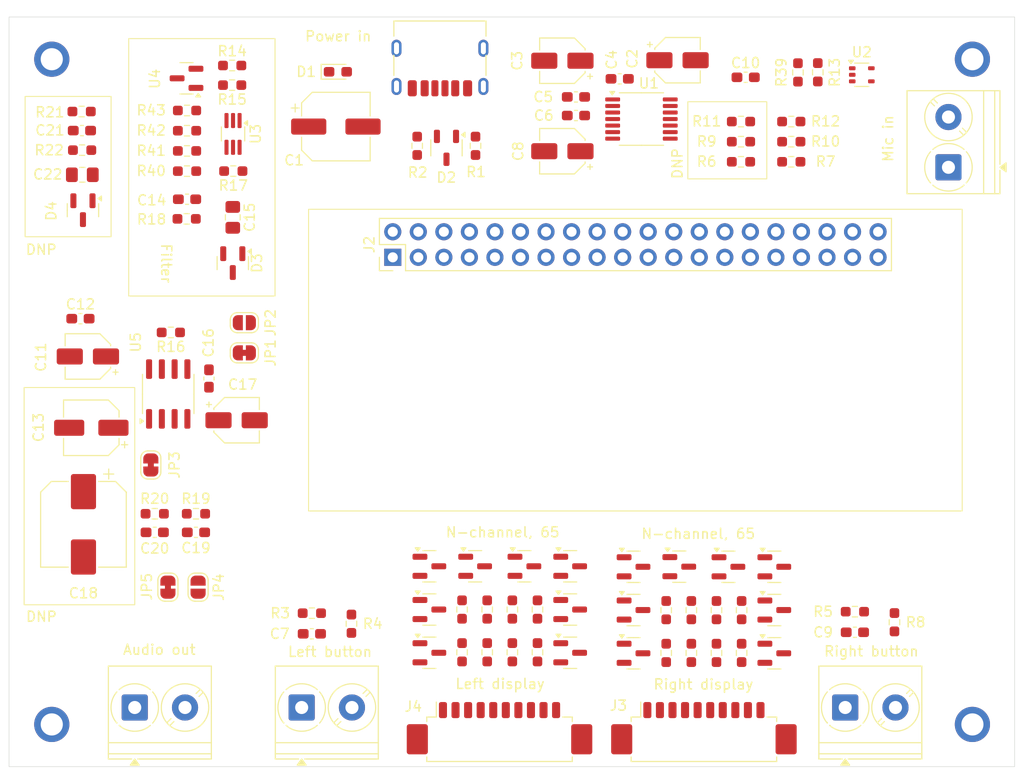
<source format=kicad_pcb>
(kicad_pcb (version 20241229) (generator "pcbnew") (generator_version "9.0")
  (layers (0 "F.Cu" signal) (4 "In1.Cu" signal) (6 "In2.Cu" signal) (2 "B.Cu" signal) (13 "F.Paste" user) (15 "B.Paste" user) (5 "F.SilkS" user "F.Silkscreen") (7 "B.SilkS" user "B.Silkscreen") (1 "F.Mask" user) (3 "B.Mask" user) (25 "Edge.Cuts" user))
  (net 0 "")
  (net 1 "+5V")
  (net 2 "GND")
  (net 3 "+3V3")
  (net 4 "Net-(U1-V_{REF})")
  (net 5 "/BUTTON_L")
  (net 6 "/BUTTON_R")
  (net 7 "Net-(MK1-+)")
  (net 8 "/MIC")
  (net 9 "Net-(U5-In2M)")
  (net 10 "Net-(U5-In1M)")
  (net 11 "Net-(C14-Pad1)")
  (net 12 "/Audio Out/AUDIO_OUT")
  (net 13 "Net-(JP1-A)")
  (net 14 "Net-(JP3-A)")
  (net 15 "Net-(JP3-B)")
  (net 16 "Net-(C19-Pad1)")
  (net 17 "Net-(C20-Pad1)")
  (net 18 "Net-(C21-Pad1)")
  (net 19 "Net-(J1-CC2)")
  (net 20 "Net-(J1-CC1)")
  (net 21 "/MIC_LRCLK")
  (net 23 "/LA")
  (net 24 "/RG")
  (net 25 "/RB")
  (net 26 "/LG")
  (net 27 "/RC")
  (net 28 "/LB")
  (net 29 "/Audio Out/AUDIO_L")
  (net 30 "/RD")
  (net 31 "/LDP")
  (net 32 "/MIC_DOUT")
  (net 33 "/MIC_MCLK")
  (net 34 "/LC")
  (net 35 "/LE")
  (net 36 "/LF")
  (net 37 "/RA")
  (net 38 "/RF")
  (net 39 "/LD")
  (net 40 "/Audio Out/AUDIO_R")
  (net 42 "/MIC_BCLK")
  (net 45 "/RE")
  (net 46 "/RDP")
  (net 47 "Net-(J3-Pad4)")
  (net 48 "Net-(J3-Pad2)")
  (net 49 "Net-(J3-Pad10)")
  (net 50 "Net-(J3-Pad3)")
  (net 51 "Net-(J3-Pad7)")
  (net 52 "Net-(J3-Pad8)")
  (net 53 "Net-(J3-Pad5)")
  (net 54 "Net-(J3-Pad9)")
  (net 55 "Net-(J4-Pad2)")
  (net 56 "Net-(J4-Pad3)")
  (net 57 "Net-(J4-Pad7)")
  (net 58 "Net-(J4-Pad5)")
  (net 59 "Net-(J4-Pad10)")
  (net 60 "Net-(J4-Pad8)")
  (net 61 "Net-(J4-Pad4)")
  (net 62 "Net-(J4-Pad9)")
  (net 63 "Net-(JP4-B)")
  (net 64 "Net-(Q1-D)")
  (net 65 "Net-(Q2-D)")
  (net 66 "Net-(Q3-D)")
  (net 67 "Net-(Q4-D)")
  (net 68 "Net-(Q5-D)")
  (net 69 "Net-(Q6-D)")
  (net 70 "Net-(Q7-D)")
  (net 71 "Net-(Q8-D)")
  (net 72 "Net-(Q9-D)")
  (net 73 "Net-(Q10-D)")
  (net 74 "Net-(Q11-D)")
  (net 75 "Net-(Q12-D)")
  (net 76 "Net-(Q13-D)")
  (net 77 "Net-(Q14-D)")
  (net 78 "Net-(Q15-D)")
  (net 79 "Net-(Q16-D)")
  (net 80 "Net-(R4-Pad1)")
  (net 81 "Net-(U1-MD0)")
  (net 82 "Net-(R8-Pad1)")
  (net 83 "Net-(U1-MD1)")
  (net 84 "Net-(U1-FMT)")
  (net 85 "Net-(U3-A_{1})")
  (net 86 "Net-(U3-Y_{1})")
  (net 94 "Net-(U2-K)")
  (net 95 "Net-(U3-V_{CC})")
  (net 96 "Net-(JP5-B)")
  (footprint "Resistor_SMD:R_0603_1608Metric_Pad0.98x0.95mm_HandSolder" (layer "F.Cu") (at 130.5875 78.2625 -90)
    (property "Reference" "R2" (at 2.65 -0.05 180) (layer "F.SilkS"))
    (property "Value" "5.1k")
    (pad "1" smd roundrect (at -0.9125 0 270) (size 0.975 0.95) (layers "F.Cu" "F.Mask" "F.Paste") (net 20 "Net-(J1-CC1)"))
    (pad "2" smd roundrect (at 0.9125 0 270) (size 0.975 0.95) (layers "F.Cu" "F.Mask" "F.Paste") (net 2 "GND"))
  )
  (footprint "Resistor_SMD:R_0603_1608Metric_Pad0.98x0.95mm_HandSolder" (layer "F.Cu") (at 162.7875 79.85)
    (property "Reference" "R6" (at -3.4125 -0.025 0) (layer "F.SilkS"))
    (property "Value" "10k")
    (pad "1" smd roundrect (at -0.9125 0) (size 0.975 0.95) (layers "F.Cu" "F.Mask" "F.Paste") (net 3 "+3V3"))
    (pad "2" smd roundrect (at 0.9125 0) (size 0.975 0.95) (layers "F.Cu" "F.Mask" "F.Paste") (net 81 "Net-(U1-MD0)"))
  )
  (footprint "MountingHole:MountingHole_2.2mm_M2_ISO7380_Pad" (layer "F.Cu") (at 185.8 135.8)
    (property "Reference" "H4" (hide yes))
    (property "Value" "MountingHole")
    (pad "1" thru_hole circle (at 0 0) (size 3.5 3.5) (drill 2.2) (layers "*.Cu" "*.Mask"))
  )
  (footprint "Connector_USB:USB_C_Receptacle_HRO_TYPE-C-31-M-17" (layer "F.Cu") (at 132.85 69.36 180)
    (property "Reference" "J1" (hide yes))
    (property "Value" "USB_C_Receptacle_PowerOnly_24P")
    (pad "A5" smd roundrect (at -0.5 -3.18 180) (size 0.7 1.6) (layers "F.Cu" "F.Mask" "F.Paste") (net 20 "Net-(J1-CC1)"))
    (pad "A9" smd roundrect (at 1.52 -3.18 180) (size 0.8 1.6) (layers "F.Cu" "F.Mask" "F.Paste") (net 1 "+5V"))
    (pad "A12" smd roundrect (at 2.75 -3.18 180) (size 0.9 1.6) (layers "F.Cu" "F.Mask" "F.Paste") (net 2 "GND"))
    (pad "B5" smd roundrect (at 0.5 -3.18 180) (size 0.7 1.6) (layers "F.Cu" "F.Mask" "F.Paste") (net 19 "Net-(J1-CC2)"))
    (pad "B9" smd roundrect (at -1.52 -3.18 180) (size 0.8 1.6) (layers "F.Cu" "F.Mask" "F.Paste") (net 1 "+5V"))
    (pad "B12" smd roundrect (at -2.75 -3.18 180) (size 0.9 1.6) (layers "F.Cu" "F.Mask" "F.Paste") (net 2 "GND"))
    (pad "S1" thru_hole oval (at -4.32 -3 180) (size 1 1.7) (drill oval 0.5 1.2) (property pad_prop_heatsink) (layers "*.Cu" "*.Mask") (net 2 "GND"))
    (pad "S1" thru_hole oval (at -4.32 0.8 180) (size 1 1.7) (drill oval 0.5 1.2) (property pad_prop_heatsink) (layers "*.Cu" "*.Mask") (net 2 "GND"))
    (pad "S1" thru_hole oval (at 4.32 -3 180) (size 1 1.7) (drill oval 0.5 1.2) (property pad_prop_heatsink) (layers "*.Cu" "*.Mask") (net 2 "GND"))
    (pad "S1" thru_hole oval (at 4.32 0.8 180) (size 1 1.7) (drill oval 0.5 1.2) (property pad_prop_heatsink) (layers "*.Cu" "*.Mask") (net 2 "GND"))
  )
  (footprint "Package_TO_SOT_SMD:SOT-23" (layer "F.Cu") (at 136.35 120.075)
    (property "Reference" "Q13" (hide yes))
    (property "Value" "2N7002H")
    (pad "1" smd roundrect (at -0.9375 -0.95) (size 1.475 0.6) (layers "F.Cu" "F.Mask" "F.Paste") (net 39 "/LD"))
    (pad "2" smd roundrect (at -0.9375 0.95) (size 1.475 0.6) (layers "F.Cu" "F.Mask" "F.Paste") (net 2 "GND"))
    (pad "3" smd roundrect (at 0.9375 0) (size 1.475 0.6) (layers "F.Cu" "F.Mask" "F.Paste") (net 76 "Net-(Q13-D)"))
  )
  (footprint "Capacitor_SMD:C_0603_1608Metric_Pad1.08x0.95mm_HandSolder" (layer "F.Cu") (at 97.2475 76.7475 180)
    (property "Reference" "C21" (at 3.175 0.025 0) (layer "F.SilkS"))
    (property "Value" "33n")
    (pad "1" smd roundrect (at -0.8625 0 180) (size 1.075 0.95) (layers "F.Cu" "F.Mask" "F.Paste") (net 18 "Net-(C21-Pad1)"))
    (pad "2" smd roundrect (at 0.8625 0 180) (size 1.075 0.95) (layers "F.Cu" "F.Mask" "F.Paste") (net 2 "GND"))
  )
  (footprint "Capacitor_SMD:C_0603_1608Metric_Pad1.08x0.95mm_HandSolder" (layer "F.Cu") (at 109.88 101.4 90)
    (property "Reference" "C16" (at 3.55 -0.05 90) (layer "F.SilkS"))
    (property "Value" "0.1u")
    (pad "1" smd roundrect (at -0.8625 0 90) (size 1.075 0.95) (layers "F.Cu" "F.Mask" "F.Paste") (net 13 "Net-(JP1-A)"))
    (pad "2" smd roundrect (at 0.8625 0 90) (size 1.075 0.95) (layers "F.Cu" "F.Mask" "F.Paste") (net 2 "GND"))
  )
  (footprint "Capacitor_SMD:CP_Elec_4x5.7" (layer "F.Cu") (at 145.025 78.8 180)
    (property "Reference" "C8" (at 4.4 0 90) (layer "F.SilkS"))
    (property "Value" "10u")
    (pad "1" smd roundrect (at -1.8 0 180) (size 2.6 1.6) (layers "F.Cu" "F.Mask" "F.Paste") (roundrect_rratio 0.15625) (net 1 "+5V"))
    (pad "2" smd roundrect (at 1.8 0 180) (size 2.6 1.6) (layers "F.Cu" "F.Mask" "F.Paste") (roundrect_rratio 0.15625) (net 2 "GND"))
  )
  (footprint "Resistor_SMD:R_0603_1608Metric_Pad0.98x0.95mm_HandSolder" (layer "F.Cu") (at 137.55 128.625 90)
    (property "Reference" "R35" (hide yes))
    (property "Value" "65")
    (pad "1" smd roundrect (at -0.9125 0 90) (size 0.975 0.95) (layers "F.Cu" "F.Mask" "F.Paste") (net 58 "Net-(J4-Pad5)"))
    (pad "2" smd roundrect (at 0.9125 0 90) (size 0.975 0.95) (layers "F.Cu" "F.Mask" "F.Paste") (net 76 "Net-(Q13-D)"))
  )
  (footprint "Package_TO_SOT_SMD:SOT-23" (layer "F.Cu") (at 161.5375 120.125)
    (property "Reference" "Q1" (hide yes))
    (property "Value" "2N7002H")
    (pad "1" smd roundrect (at -0.9375 -0.95) (size 1.475 0.6) (layers "F.Cu" "F.Mask" "F.Paste") (net 46 "/RDP"))
    (pad "2" smd roundrect (at -0.9375 0.95) (size 1.475 0.6) (layers "F.Cu" "F.Mask" "F.Paste") (net 2 "GND"))
    (pad "3" smd roundrect (at 0.9375 0) (size 1.475 0.6) (layers "F.Cu" "F.Mask" "F.Paste") (net 64 "Net-(Q1-D)"))
  )
  (footprint "Jumper:SolderJumper-2_P1.3mm_Open_RoundedPad1.0x1.5mm" (layer "F.Cu") (at 108.8 122.15 -90)
    (property "Reference" "JP4" (at 0 -2.05 90) (layer "F.SilkS"))
    (property "Value" "Open")
    (pad "1" smd custom (at -0.65 0 270) (size 1 0.5) (layers "F.Cu" "F.Mask") (net 2 "GND") (options (clearance outline) (anchor rect)) (primitives (gr_circle (center 0 0.25) (end 0.5 0.25) (width 0) (fill yes)) (gr_circle (center 0 -0.25) (end 0.5 -0.25) (width 0) (fill yes)) (gr_poly (pts (xy 0.5 0.75) (xy 0 0.75) (xy 0 -0.75) (xy 0.5 -0.75)) (width 0) (fill yes))))
    (pad "2" smd custom (at 0.65 0 270) (size 1 0.5) (layers "F.Cu" "F.Mask") (net 63 "Net-(JP4-B)") (options (clearance outline) (anchor rect)) (primitives (gr_circle (center 0 0.25) (end 0.5 0.25) (width 0) (fill yes)) (gr_circle (center 0 -0.25) (end 0.5 -0.25) (width 0) (fill yes)) (gr_poly (pts (xy 0 0.75) (xy -0.5 0.75) (xy -0.5 -0.75) (xy 0 -0.75)) (width 0) (fill yes))))
  )
  (footprint "Capacitor_SMD:C_0603_1608Metric_Pad1.08x0.95mm_HandSolder" (layer "F.Cu") (at 174.1125 126.6375)
    (property "Reference" "C9" (at -3.1625 0 0) (layer "F.SilkS"))
    (property "Value" "0.1u")
    (pad "1" smd roundrect (at -0.8625 0) (size 1.075 0.95) (layers "F.Cu" "F.Mask" "F.Paste") (net 6 "/BUTTON_R"))
    (pad "2" smd roundrect (at 0.8625 0) (size 1.075 0.95) (layers "F.Cu" "F.Mask" "F.Paste") (net 2 "GND"))
  )
  (footprint "TerminalBlock_Phoenix:TerminalBlock_Phoenix_PT-1,5-2-5.0-H_1x02_P5.00mm_Horizontal" (layer "F.Cu") (at 119.1 134.1175)
    (property "Reference" "SW1" (hide yes))
    (property "Value" "Left")
    (pad "1" thru_hole roundrect (at 0 0) (size 2.6 2.6) (drill 1.3) (layers "*.Cu" "*.Mask") (roundrect_rratio 0.096154) (net 5 "/BUTTON_L"))
    (pad "2" thru_hole circle (at 5 0) (size 2.6 2.6) (drill 1.3) (layers "*.Cu" "*.Mask") (net 80 "Net-(R4-Pad1)"))
  )
  (footprint "Resistor_SMD:R_0603_1608Metric_Pad0.98x0.95mm_HandSolder" (layer "F.Cu") (at 162.85 128.6875 90)
    (property "Reference" "R30" (hide yes))
    (property "Value" "65")
    (pad "1" smd roundrect (at -0.9125 0 90) (size 0.975 0.95) (layers "F.Cu" "F.Mask" "F.Paste") (net 49 "Net-(J3-Pad10)"))
    (pad "2" smd roundrect (at 0.9125 0 90) (size 0.975 0.95) (layers "F.Cu" "F.Mask" "F.Paste") (net 71 "Net-(Q8-D)"))
  )
  (footprint "Capacitor_SMD:C_0603_1608Metric_Pad1.08x0.95mm_HandSolder" (layer "F.Cu") (at 163.25 71.45)
    (property "Reference" "C10" (at 0 -1.43 0) (layer "F.SilkS"))
    (property "Value" "10p")
    (pad "1" smd roundrect (at -0.8625 0) (size 1.075 0.95) (layers "F.Cu" "F.Mask" "F.Paste") (net 8 "/MIC"))
    (pad "2" smd roundrect (at 0.8625 0) (size 1.075 0.95) (layers "F.Cu" "F.Mask" "F.Paste") (net 7 "Net-(MK1-+)"))
  )
  (footprint "TerminalBlock_Phoenix:TerminalBlock_Phoenix_PT-1,5-2-5.0-H_1x02_P5.00mm_Horizontal" (layer "F.Cu") (at 173.15 134.1175)
    (property "Reference" "SW2" (hide yes))
    (property "Value" "Right")
    (pad "1" thru_hole roundrect (at 0 0) (size 2.6 2.6) (drill 1.3) (layers "*.Cu" "*.Mask") (roundrect_rratio 0.096154) (net 6 "/BUTTON_R"))
    (pad "2" thru_hole circle (at 5 0) (size 2.6 2.6) (drill 1.3) (layers "*.Cu" "*.Mask") (net 82 "Net-(R8-Pad1)"))
  )
  (footprint "MountingHole:MountingHole_2.2mm_M2_ISO7380_Pad" (layer "F.Cu") (at 94.25 135.8)
    (property "Reference" "H3" (hide yes))
    (property "Value" "MountingHole")
    (pad "1" thru_hole circle (at 0 0) (size 3.5 3.5) (drill 2.2) (layers "*.Cu" "*.Mask"))
  )
  (footprint "Resistor_SMD:R_0603_1608Metric_Pad0.98x0.95mm_HandSolder" (layer "F.Cu") (at 112.1875 70.275)
    (property "Reference" "R14" (at 0 -1.43 0) (layer "F.SilkS"))
    (property "Value" "100")
    (pad "1" smd roundrect (at -0.9125 0) (size 0.975 0.95) (layers "F.Cu" "F.Mask" "F.Paste") (net 29 "/Audio Out/AUDIO_L"))
    (pad "2" smd roundrect (at 0.9125 0) (size 0.975 0.95) (layers "F.Cu" "F.Mask" "F.Paste") (net 85 "Net-(U3-A_{1})"))
  )
  (footprint "Resistor_SMD:R_0603_1608Metric_Pad0.98x0.95mm_HandSolder" (layer "F.Cu") (at 97.2675 78.6925 180)
    (property "Reference" "R22" (at 3.28 0 0) (layer "F.SilkS"))
    (property "Value" "150")
    (pad "1" smd roundrect (at -0.9125 0 180) (size 0.975 0.95) (layers "F.Cu" "F.Mask" "F.Paste") (net 18 "Net-(C21-Pad1)"))
    (pad "2" smd roundrect (at 0.9125 0 180) (size 0.975 0.95) (layers "F.Cu" "F.Mask" "F.Paste") (net 2 "GND"))
  )
  (footprint "MountingHole:MountingHole_2.2mm_M2_ISO7380_Pad" (layer "F.Cu") (at 94.25 69.65)
    (property "Reference" "H2" (hide yes))
    (property "Value" "MountingHole")
    (pad "1" thru_hole circle (at 0 0) (size 3.5 3.5) (drill 2.2) (layers "*.Cu" "*.Mask"))
  )
  (footprint "Resistor_SMD:R_0603_1608Metric_Pad0.98x0.95mm_HandSolder" (layer "F.Cu") (at 140.05 128.625 90)
    (property "Reference" "R36" (hide yes))
    (property "Value" "65")
    (pad "1" smd roundrect (at -0.9125 0 90) (size 0.975 0.95) (layers "F.Cu" "F.Mask" "F.Paste") (net 60 "Net-(J4-Pad8)"))
    (pad "2" smd roundrect (at 0.9125 0 90) (size 0.975 0.95) (layers "F.Cu" "F.Mask" "F.Paste") (net 77 "Net-(Q14-D)"))
  )
  (footprint "Resistor_SMD:R_0603_1608Metric_Pad0.98x0.95mm_HandSolder" (layer "F.Cu") (at 178.05 125.6375 90)
    (property "Reference" "R8" (at 0 2.1 180) (layer "F.SilkS"))
    (property "Value" "1k")
    (pad "1" smd roundrect (at -0.9125 0 90) (size 0.975 0.95) (layers "F.Cu" "F.Mask" "F.Paste") (net 82 "Net-(R8-Pad1)"))
    (pad "2" smd roundrect (at 0.9125 0 90) (size 0.975 0.95) (layers "F.Cu" "F.Mask" "F.Paste") (net 2 "GND"))
  )
  (footprint "Resistor_SMD:R_0603_1608Metric_Pad0.98x0.95mm_HandSolder" (layer "F.Cu") (at 108.5875 114.85)
    (property "Reference" "R19" (at 0 -1.5 0) (layer "F.SilkS"))
    (property "Value" "4.7")
    (pad "1" smd roundrect (at -0.9125 0) (size 0.975 0.95) (layers "F.Cu" "F.Mask" "F.Paste") (net 96 "Net-(JP5-B)"))
    (pad "2" smd roundrect (at 0.9125 0) (size 0.975 0.95) (layers "F.Cu" "F.Mask" "F.Paste") (net 16 "Net-(C19-Pad1)"))
  )
  (footprint "Resistor_SMD:R_0603_1608Metric_Pad0.98x0.95mm_HandSolder" (layer "F.Cu") (at 162.85 124.4375 90)
    (property "Reference" "R29" (hide yes))
    (property "Value" "65")
    (pad "1" smd roundrect (at -0.9125 0 90) (size 0.975 0.95) (layers "F.Cu" "F.Mask" "F.Paste") (net 54 "Net-(J3-Pad9)"))
    (pad "2" smd roundrect (at 0.9125 0 90) (size 0.975 0.95) (layers "F.Cu" "F.Mask" "F.Paste") (net 70 "Net-(Q7-D)"))
  )
  (footprint "Resistor_SMD:R_0603_1608Metric_Pad0.98x0.95mm_HandSolder" (layer "F.Cu") (at 157.85 124.4375 90)
    (property "Reference" "R27" (hide yes))
    (property "Value" "65")
    (pad "1" smd roundrect (at -0.9125 0 90) (size 0.975 0.95) (layers "F.Cu" "F.Mask" "F.Paste") (net 53 "Net-(J3-Pad5)"))
    (pad "2" smd roundrect (at 0.9125 0 90) (size 0.975 0.95) (layers "F.Cu" "F.Mask" "F.Paste") (net 68 "Net-(Q5-D)"))
  )
  (footprint "Jumper:SolderJumper-2_P1.3mm_Open_RoundedPad1.0x1.5mm" (layer "F.Cu") (at 113.4 95.85)
    (property "Reference" "JP2" (at 2.6 0 90) (layer "F.SilkS"))
    (property "Value" "Open")
    (pad "1" smd custom (at -0.65 0) (size 1 0.5) (layers "F.Cu" "F.Mask") (net 13 "Net-(JP1-A)") (options (clearance outline) (anchor rect)) (primitives (gr_circle (center 0 0.25) (end 0.5 0.25) (width 0) (fill yes)) (gr_circle (center 0 -0.25) (end 0.5 -0.25) (width 0) (fill yes)) (gr_poly (pts (xy 0.5 0.75) (xy 0 0.75) (xy 0 -0.75) (xy 0.5 -0.75)) (width 0) (fill yes))))
    (pad "2" smd custom (at 0.65 0) (size 1 0.5) (layers "F.Cu" "F.Mask") (net 1 "+5V") (options (clearance outline) (anchor rect)) (primitives (gr_circle (center 0 0.25) (end 0.5 0.25) (width 0) (fill yes)) (gr_circle (center 0 -0.25) (end 0.5 -0.25) (width 0) (fill yes)) (gr_poly (pts (xy 0 0.75) (xy -0.5 0.75) (xy -0.5 -0.75) (xy 0 -0.75)) (width 0) (fill yes))))
  )
  (footprint "Package_TO_SOT_SMD:SOT-23" (layer "F.Cu") (at 145.8 120.075)
    (property "Reference" "Q14" (hide yes))
    (property "Value" "2N7002H")
    (pad "1" smd roundrect (at -0.9375 -0.95) (size 1.475 0.6) (layers "F.Cu" "F.Mask" "F.Paste") (net 34 "/LC"))
    (pad "2" smd roundrect (at -0.9375 0.95) (size 1.475 0.6) (layers "F.Cu" "F.Mask" "F.Paste") (net 2 "GND"))
    (pad "3" smd roundrect (at 0.9375 0) (size 1.475 0.6) (layers "F.Cu" "F.Mask" "F.Paste") (net 77 "Net-(Q14-D)"))
  )
  (footprint "Resistor_SMD:R_0603_1608Metric_Pad0.98x0.95mm_HandSolder" (layer "F.Cu") (at 135.05 124.375 90)
    (property "Reference" "R33" (hide yes))
    (property "Value" "65")
    (pad "1" smd roundrect (at -0.9125 0 90) (size 0.975 0.95) (layers "F.Cu" "F.Mask" "F.Paste") (net 55 "Net-(J4-Pad2)"))
    (pad "2" smd roundrect (at 0.9125 0 90) (size 0.975 0.95) (layers "F.Cu" "F.Mask" "F.Paste") (net 74 "Net-(Q11-D)"))
  )
  (footprint "Resistor_SMD:R_0603_1608Metric_Pad0.98x0.95mm_HandSolder" (layer "F.Cu") (at 107.7 78.77 180)
    (property "Reference" "R41" (at 3.5625 0.025 0) (layer "F.SilkS"))
    (property "Value" "100")
    (pad "1" smd roundrect (at -0.9125 0 180) (size 0.975 0.95) (layers "F.Cu" "F.Mask" "F.Paste") (net 95 "Net-(U3-V_{CC})"))
    (pad "2" smd roundrect (at 0.9125 0 180) (size 0.975 0.95) (layers "F.Cu" "F.Mask" "F.Paste") (net 3 "+3V3"))
  )
  (footprint "Capacitor_SMD:CP_Elec_5x5.3" (layer "F.Cu") (at 98.18 106.3 180)
    (property "Reference" "C13" (at 5.25 0.03 90) (layer "F.SilkS"))
    (property "Value" "100u")
    (pad "1" smd roundrect (at -2.2 0 180) (size 3 1.6) (layers "F.Cu" "F.Mask" "F.Paste") (roundrect_rratio 0.15625) (net 10 "Net-(U5-In1M)"))
    (pad "2" smd roundrect (at 2.2 0 180) (size 3 1.6) (layers "F.Cu" "F.Mask" "F.Paste") (roundrect_rratio 0.15625) (net 2 "GND"))
  )
  (footprint "Capacitor_SMD:C_0603_1608Metric_Pad1.08x0.95mm_HandSolder" (layer "F.Cu") (at 104.4875 116.7)
    (property "Reference" "C20" (at 0 1.6 0) (layer "F.SilkS"))
    (property "Value" "0.1u")
    (pad "1" smd roundrect (at -0.8625 0) (size 1.075 0.95) (layers "F.Cu" "F.Mask" "F.Paste") (net 17 "Net-(C20-Pad1)"))
    (pad "2" smd roundrect (at 0.8625 0) (size 1.075 0.95) (layers "F.Cu" "F.Mask" "F.Paste") (net 2 "GND"))
  )
  (footprint "Capacitor_SMD:C_0603_1608Metric_Pad1.08x0.95mm_HandSolder" (layer "F.Cu") (at 150.725 71.6 180)
    (property "Reference" "C4" (at 0.8 1.9 90) (layer "F.SilkS"))
    (property "Value" "0.1u")
    (pad "1" smd roundrect (at -0.8625 0 180) (size 1.075 0.95) (layers "F.Cu" "F.Mask" "F.Paste") (net 3 "+3V3"))
    (pad "2" smd roundrect (at 0.8625 0 180) (size 1.075 0.95) (layers "F.Cu" "F.Mask" "F.Paste") (net 2 "GND"))
  )
  (footprint "Capacitor_SMD:C_0603_1608Metric_Pad1.08x0.95mm_HandSolder" (layer "F.Cu") (at 108.5875 116.7 180)
    (property "Reference" "C19" (at 0 -1.55 0) (layer "F.SilkS"))
    (property "Value" "0.1u")
    (pad "1" smd roundrect (at -0.8625 0 180) (size 1.075 0.95) (layers "F.Cu" "F.Mask" "F.Paste") (net 16 "Net-(C19-Pad1)"))
    (pad "2" smd roundrect (at 0.8625 0 180) (size 1.075 0.95) (layers "F.Cu" "F.Mask" "F.Paste") (net 2 "GND"))
  )
  (footprint "Jumper:SolderJumper-2_P1.3mm_Bridged_RoundedPad1.0x1.5mm" (layer "F.Cu") (at 104.1 110 90)
    (property "Reference" "JP3" (at 0 2.35 90) (layer "F.SilkS"))
    (property "Value" "Bridged")
    (fp_poly (pts (xy 0.25 -0.3) (xy -0.25 -0.3) (xy -0.25 0.3) (xy 0.25 0.3)) (fill yes) (layer "F.Cu"))
    (pad "1" smd custom (at -0.65 0 90) (size 1 0.5) (layers "F.Cu" "F.Mask") (net 14 "Net-(JP3-A)") (options (clearance outline) (anchor rect)) (primitives (gr_circle (center 0 0.25) (end 0.5 0.25) (width 0) (fill yes)) (gr_circle (center 0 -0.25) (end 0.5 -0.25) (width 0) (fill yes)) (gr_poly (pts (xy 0.5 0.75) (xy 0 0.75) (xy 0 -0.75) (xy 0.5 -0.75)) (width 0) (fill yes))))
    (pad "2" smd custom (at 0.65 0 90) (size 1 0.5) (layers "F.Cu" "F.Mask") (net 15 "Net-(JP3-B)") (options (clearance outline) (anchor rect)) (primitives (gr_circle (center 0 0.25) (end 0.5 0.25) (width 0) (fill yes)) (gr_circle (center 0 -0.25) (end 0.5 -0.25) (width 0) (fill yes)) (gr_poly (pts (xy 0 0.75) (xy -0.5 0.75) (xy -0.5 -0.75) (xy 0 -0.75)) (width 0) (fill yes))))
  )
  (footprint "Capacitor_SMD:CP_Elec_4x5.7" (layer "F.Cu") (at 156.475 69.75)
    (property "Reference" "C2" (at -4.5 -0.15 90) (layer "F.SilkS"))
    (property "Value" "10u")
    (pad "1" smd roundrect (at -1.8 0) (size 2.6 1.6) (layers "F.Cu" "F.Mask" "F.Paste") (roundrect_rratio 0.15625) (net 3 "+3V3"))
    (pad "2" smd roundrect (at 1.8 0) (size 2.6 1.6) (layers "F.Cu" "F.Mask" "F.Paste") (roundrect_rratio 0.15625) (net 2 "GND"))
  )
  (footprint "Package_TO_SOT_SMD:SOT-363_SC-70-6_Handsoldering" (layer "F.Cu") (at 112.275 77.08 -90)
    (property "Reference" "U3" (at 0 -2.25 90) (layer "F.SilkS"))
    (property "Value" "NC7WZ16")
    (pad "1" smd roundrect (at -1.33 -0.65 270) (size 1.5 0.4) (layers "F.Cu" "F.Mask" "F.Paste") (net 85 "Net-(U3-A_{1})"))
    (pad "2" smd roundrect (at -1.33 0 270) (size 1.5 0.4) (layers "F.Cu" "F.Mask" "F.Paste") (net 2 "GND"))
    (pad "3" smd roundrect (at -1.33 0.65 270) (size 1.5 0.4) (layers "F.Cu" "F.Mask" "F.Paste"))
    (pad "4" smd roundrect (at 1.33 0.65 270) (size 1.5 0.4) (layers "F.Cu" "F.Mask" "F.Paste"))
    (pad "5" smd roundrect (at 1.33 0 270) (size 1.5 0.4) (layers "F.Cu" "F.Mask" "F.Paste") (net 95 "Net-(U3-V_{CC})"))
    (pad "6" smd roundrect (at 1.33 -0.65 270) (size 1.5 0.4) (layers "F.Cu" "F.Mask" "F.Paste") (net 86 "Net-(U3-Y_{1})"))
  )
  (footprint "Resistor_SMD:R_0603_1608Metric_Pad0.98x0.95mm_HandSolder" (layer "F.Cu") (at 167.7875 79.85)
    (property "Reference" "R7" (at 3.4125 -0.025 0) (layer "F.SilkS"))
    (property "Value" "10k")
    (pad "1" smd roundrect (at -0.9125 0) (size 0.975 0.95) (layers "F.Cu" "F.Mask" "F.Paste") (net 81 "Net-(U1-MD0)"))
    (pad "2" smd roundrect (at 0.9125 0) (size 0.975 0.95) (layers "F.Cu" "F.Mask" "F.Paste") (net 2 "GND"))
  )
  (footprint "Resistor_SMD:R_0603_1608Metric_Pad0.98x0.95mm_HandSolder" (layer "F.Cu") (at 170.425 70.95 90)
    (property "Reference" "R13" (at -0.0125 1.675 90) (layer "F.SilkS"))
    (property "Value" "2k2")
    (pad "1" smd roundrect (at -0.9125 0 90) (size 0.975 0.95) (layers "F.Cu" "F.Mask" "F.Paste") (net 94 "Net-(U2-K)"))
    (pad "2" smd roundrect (at 0.9125 0 90) (size 0.975 0.95) (layers "F.Cu" "F.Mask" "F.Paste") (net 7 "Net-(MK1-+)"))
  )
  (footprint "Resistor_SMD:R_0603_1608Metric_Pad0.98x0.95mm_HandSolder" (layer "F.Cu") (at 155.35 124.4375 90)
    (property "Reference" "R24" (hide yes))
    (property "Value" "65")
    (pad "1" smd roundrect (at -0.9125 0 90) (size 0.975 0.95) (layers "F.Cu" "F.Mask" "F.Paste") (net 50 "Net-(J3-Pad3)"))
    (pad "2" smd roundrect (at 0.9125 0 90) (size 0.975 0.95) (layers "F.Cu" "F.Mask" "F.Paste") (net 65 "Net-(Q2-D)"))
  )
  (footprint "Resistor_SMD:R_0603_1608Metric_Pad0.98x0.95mm_HandSolder" (layer "F.Cu") (at 120.1125 124.7375 180)
    (property "Reference" "R3" (at 3.15 0 0) (layer "F.SilkS"))
    (property "Value" "10k")
    (pad "1" smd roundrect (at -0.9125 0 180) (size 0.975 0.95) (layers "F.Cu" "F.Mask" "F.Paste") (net 3 "+3V3"))
    (pad "2" smd roundrect (at 0.9125 0 180) (size 0.975 0.95) (layers "F.Cu" "F.Mask" "F.Paste") (net 5 "/BUTTON_L"))
  )
  (footprint "Resistor_SMD:R_0603_1608Metric_Pad0.98x0.95mm_HandSolder" (layer "F.Cu") (at 160.35 124.4375 90)
    (property "Reference" "R23" (hide yes))
    (property "Value" "65")
    (pad "1" smd roundrect (at -0.9125 0 90) (size 0.975 0.95) (layers "F.Cu" "F.Mask" "F.Paste") (net 51 "Net-(J3-Pad7)"))
    (pad "2" smd roundrect (at 0.9125 0 90) (size 0.975 0.95) (layers "F.Cu" "F.Mask" "F.Paste") (net 64 "Net-(Q1-D)"))
  )
  (footprint "Capacitor_SMD:CP_Elec_6.3x7.7" (layer "F.Cu") (at 122.5 76.35)
    (property "Reference" "C1" (at -4.15 3.35 0) (layer "F.SilkS"))
    (property "Value" "47u")
    (pad "1" smd roundrect (at -2.7 0) (size 3.5 1.6) (layers "F.Cu" "F.Mask" "F.Paste") (roundrect_rratio 0.15625) (net 1 "+5V"))
    (pad "2" smd roundrect (at 2.7 0) (size 3.5 1.6) (layers "F.Cu" "F.Mask" "F.Paste") (roundrect_rratio 0.15625) (net 2 "GND"))
  )
  (footprint "Package_TO_SOT_SMD:SOT-23" (layer "F.Cu") (at 97.35 84.6625 -90)
    (property "Reference" "D4" (at 0.08 3.1525 90) (layer "F.SilkS"))
    (property "Value" "BAV99")
    (pad "1" smd roundrect (at -0.9375 -0.95 270) (size 1.475 0.6) (layers "F.Cu" "F.Mask" "F.Paste") (net 2 "GND"))
    (pad "2" smd roundrect (at -0.9375 0.95 270) (size 1.475 0.6) (layers "F.Cu" "F.Mask" "F.Paste") (net 3 "+3V3"))
    (pad "3" smd roundrect (at 0.9375 0 270) (size 1.475 0.6) (layers "F.Cu" "F.Mask" "F.Paste") (net 12 "/Audio Out/AUDIO_OUT"))
  )
  (footprint "Package_TO_SOT_SMD:SOT-23" (layer "F.Cu") (at 131.8 128.675)
    (property "Reference" "Q10" (hide yes))
    (property "Value" "2N7002H")
    (pad "1" smd roundrect (at -0.9375 -0.95) (size 1.475 0.6) (layers "F.Cu" "F.Mask" "F.Paste") (net 26 "/LG"))
    (pad "2" smd roundrect (at -0.9375 0.95) (size 1.475 0.6) (layers "F.Cu" "F.Mask" "F.Paste") (net 2 "GND"))
    (pad "3" smd roundrect (at 0.9375 0) (size 1.475 0.6) (layers "F.Cu" "F.Mask" "F.Paste") (net 73 "Net-(Q10-D)"))
  )
  (footprint "Capacitor_SMD:C_0603_1608Metric_Pad1.08x0.95mm_HandSolder" (layer "F.Cu") (at 120.1125 126.7875)
    (property "Reference" "C7" (at -3.2 0 0) (layer "F.SilkS"))
    (property "Value" "0.1u")
    (pad "1" smd roundrect (at -0.8625 0) (size 1.075 0.95) (layers "F.Cu" "F.Mask" "F.Paste") (net 5 "/BUTTON_L"))
    (pad "2" smd roundrect (at 0.8625 0) (size 1.075 0.95) (layers "F.Cu" "F.Mask" "F.Paste") (net 2 "GND"))
  )
  (footprint "Resistor_SMD:R_0603_1608Metric_Pad0.98x0.95mm_HandSolder" (layer "F.Cu") (at 112.3 80.775 180)
    (property "Reference" "R17" (at 0 -1.43 0) (layer "F.SilkS"))
    (property "Value" "100")
    (pad "1" smd roundrect (at -0.9125 0 180) (size 0.975 0.95) (layers "F.Cu" "F.Mask" "F.Paste") (net 86 "Net-(U3-Y_{1})"))
    (pad "2" smd roundrect (at 0.9125 0 180) (size 0.975 0.95) (layers "F.Cu" "F.Mask" "F.Paste") (net 11 "Net-(C14-Pad1)"))
  )
  (footprint "Package_TO_SOT_SMD:SOT-23" (layer "F.Cu") (at 152.1 120.125)
    (property "Reference" "Q4" (hide yes))
    (property "Value" "2N7002H")
    (pad "1" smd roundrect (at -0.9375 -0.95) (size 1.475 0.6) (layers "F.Cu" "F.Mask" "F.Paste") (net 45 "/RE"))
    (pad "2" smd roundrect (at -0.9375 0.95) (size 1.475 0.6) (layers "F.Cu" "F.Mask" "F.Paste") (net 2 "GND"))
    (pad "3" smd roundrect (at 0.9375 0) (size 1.475 0.6) (layers "F.Cu" "F.Mask" "F.Paste") (net 67 "Net-(Q4-D)"))
  )
  (footprint "Capacitor_SMD:C_0603_1608Metric_Pad1.08x0.95mm_HandSolder" (layer "F.Cu") (at 107.7 83.575 180)
    (property "Reference" "C14" (at 3.5125 -0.1 0) (layer "F.SilkS"))
    (property "Value" "33n")
    (pad "1" smd roundrect (at -0.8625 0 180) (size 1.075 0.95) (layers "F.Cu" "F.Mask" "F.Paste") (net 11 "Net-(C14-Pad1)"))
    (pad "2" smd roundrect (at 0.8625 0 180) (size 1.075 0.95) (layers "F.Cu" "F.Mask" "F.Paste") (net 2 "GND"))
  )
  (footprint "Resistor_SMD:R_0603_1608Metric_Pad0.98x0.95mm_HandSolder" (layer "F.Cu") (at 174.1125 124.5875 180)
    (property "Reference" "R5" (at 3.1625 0 0) (layer "F.SilkS"))
    (property "Value" "10k")
    (pad "1" smd roundrect (at -0.9125 0 180) (size 0.975 0.95) (layers "F.Cu" "F.Mask" "F.Paste") (net 3 "+3V3"))
    (pad "2" smd roundrect (at 0.9125 0 180) (size 0.975 0.95) (layers "F.Cu" "F.Mask" "F.Paste") (net 6 "/BUTTON_R"))
  )
  (footprint "Jumper:SolderJumper-2_P1.3mm_Bridged_RoundedPad1.0x1.5mm" (layer "F.Cu") (at 105.8 122.15 90)
    (property "Reference" "JP5" (at 0.05 -2.1 90) (layer "F.SilkS"))
    (property "Value" "Bridged")
    (fp_poly (pts (xy 0.25 -0.3) (xy -0.25 -0.3) (xy -0.25 0.3) (xy 0.25 0.3)) (fill yes) (layer "F.Cu"))
    (pad "1" smd custom (at -0.65 0 90) (size 1 0.5) (layers "F.Cu" "F.Mask") (net 63 "Net-(JP4-B)") (options (clearance outline) (anchor rect)) (primitives (gr_circle (center 0 0.25) (end 0.5 0.25) (width 0) (fill yes)) (gr_circle (center 0 -0.25) (end 0.5 -0.25) (width 0) (fill yes)) (gr_poly (pts (xy 0.5 0.75) (xy 0 0.75) (xy 0 -0.75) (xy 0.5 -0.75)) (width 0) (fill yes))))
    (pad "2" smd custom (at 0.65 0 90) (size 1 0.5) (layers "F.Cu" "F.Mask") (net 96 "Net-(JP5-B)") (options (clearance outline) (anchor rect)) (primitives (gr_circle (center 0 0.25) (end 0.5 0.25) (width 0) (fill yes)) (gr_circle (center 0 -0.25) (end 0.5 -0.25) (width 0) (fill yes)) (gr_poly (pts (xy 0 0.75) (xy -0.5 0.75) (xy -0.5 -0.75) (xy 0 -0.75)) (width 0) (fill yes))))
  )
  (footprint "Package_TO_SOT_SMD:SOT-23" (layer "F.Cu") (at 145.8 128.675)
    (property "Reference" "Q16" (hide yes))
    (property "Value" "2N7002H")
    (pad "1" smd roundrect (at -0.9375 -0.95) (size 1.475 0.6) (layers "F.Cu" "F.Mask" "F.Paste") (net 23 "/LA"))
    (pad "2" smd roundrect (at -0.9375 0.95) (size 1.475 0.6) (layers "F.Cu" "F.Mask" "F.Paste") (net 2 "GND"))
    (pad "3" smd roundrect (at 0.9375 0) (size 1.475 0.6) (layers "F.Cu" "F.Mask" "F.Paste") (net 79 "Net-(Q16-D)"))
  )
  (footprint "Capacitor_SMD:C_0603_1608Metric_Pad1.08x0.95mm_HandSolder" (layer "F.Cu") (at 146.375 73.4 180)
    (property "Reference" "C5" (at 3.25 0 0) (layer "F.SilkS"))
    (property "Value" "0.1u")
    (pad "1" smd roundrect (at -0.8625 0 180) (size 1.075 0.95) (layers "F.Cu" "F.Mask" "F.Paste") (net 4 "Net-(U1-V_{REF})"))
    (pad "2" smd roundrect (at 0.8625 0 180) (size 1.075 0.95) (layers "F.Cu" "F.Mask" "F.Paste") (net 2 "GND"))
  )
  (footprint "Resistor_SMD:R_0603_1608Metric_Pad0.98x0.95mm_HandSolder" (layer "F.Cu") (at 104.4875 114.85 180)
    (property "Reference" "R20" (at 0 1.5 0) (layer "F.SilkS"))
    (property "Value" "4.7")
    (pad "1" smd roundrect (at -0.9125 0 180) (size 0.975 0.95) (layers "F.Cu" "F.Mask" "F.Paste") (net 14 "Net-(JP3-A)"))
    (pad "2" smd roundrect (at 0.9125 0 180) (size 0.975 0.95) (layers "F.Cu" "F.Mask" "F.Paste") (net 17 "Net-(C20-Pad1)"))
  )
  (footprint "Resistor_SMD:R_0603_1608Metric_Pad0.98x0.95mm_HandSolder" (layer "F.Cu") (at 167.7875 77.85)
    (property "Reference" "R10" (at 3.4125 -0.025 0) (layer "F.SilkS"))
    (property "Value" "10k")
    (pad "1" smd roundrect (at -0.9125 0) (size 0.975 0.95) (layers "F.Cu" "F.Mask" "F.Paste") (net 83 "Net-(U1-MD1)"))
    (pad "2" smd roundrect (at 0.9125 0) (size 0.975 0.95) (layers "F.Cu" "F.Mask" "F.Paste") (net 2 "GND"))
  )
  (footprint "Connector_PinHeader_2.54mm:PinHeader_2x20_P2.54mm_Vertical" (layer "F.Cu") (at 128.16 89.35 90)
    (property "Reference" "J2" (at 1.27 -2.33 90) (layer "F.SilkS"))
    (property "Value" "Pi_Zero_2W")
    (pad "1" thru_hole rect (at 0 0 90) (size 1.7 1.7) (drill 1) (layers "*.Cu" "*.Mask") (net 3 "+3V3"))
    (pad "2" thru_hole oval (at 2.54 0 90) (size 1.7 1.7) (drill 1) (layers "*.Cu" "*.Mask") (net 1 "+5V"))
    (pad "3" thru_hole oval (at 0 2.54 90) (size 1.7 1.7) (drill 1) (layers "*.Cu" "*.Mask") (net 37 "/RA"))
    (pad "4" thru_hole oval (at 2.54 2.54 90) (size 1.7 1.7) (drill 1) (layers "*.Cu" "*.Mask") (net 1 "+5V"))
    (pad "5" thru_hole oval (at 0 5.08 90) (size 1.7 1.7) (drill 1) (layers "*.Cu" "*.Mask") (net 25 "/RB"))
    (pad "6" thru_hole oval (at 2.54 5.08 90) (size 1.7 1.7) (drill 1) (layers "*.Cu" "*.Mask") (net 2 "GND"))
    (pad "7" thru_hole oval (at 0 7.62 90) (size 1.7 1.7) (drill 1) (layers "*.Cu" "*.Mask") (net 33 "/MIC_MCLK"))
    (pad "8" thru_hole oval (at 2.54 7.62 90) (size 1.7 1.7) (drill 1) (layers "*.Cu" "*.Mask") (net 23 "/LA"))
    (pad "9" thru_hole oval (at 0 10.16 90) (size 1.7 1.7) (drill 1) (layers "*.Cu" "*.Mask") (net 2 "GND"))
    (pad "10" thru_hole oval (at 2.54 10.16 90) (size 1.7 1.7) (drill 1) (layers "*.Cu" "*.Mask") (net 28 "/LB"))
    (pad "11" thru_hole oval (at 0 12.7 90) (size 1.7 1.7) (drill 1) (layers "*.Cu" "*.Mask") (net 39 "/LD"))
    (pad "12" thru_hole oval (at 2.54 12.7 90) (size 1.7 1.7) (drill 1) (layers "*.Cu" "*.Mask") (net 42 "/MIC_BCLK"))
    (pad "13" thru_hole oval (at 0 15.24 90) (size 1.7 1.7) (drill 1) (layers "*.Cu" "*.Mask") (net 6 "/BUTTON_R"))
    (pad "14" thru_hole oval (at 2.54 15.24 90) (size 1.7 1.7) (drill 1) (layers "*.Cu" "*.Mask") (net 2 "GND"))
    (pad "15" thru_hole oval (at 0 17.78 90) (size 1.7 1.7) (drill 1) (layers "*.Cu" "*.Mask") (net 35 "/LE"))
    (pad "16" thru_hole oval (at 2.54 17.78 90) (size 1.7 1.7) (drill 1) (layers "*.Cu" "*.Mask") (net 36 "/LF"))
    (pad "17" thru_hole oval (at 0 20.32 90) (size 1.7 1.7) (drill 1) (layers "*.Cu" "*.Mask") (net 3 "+3V3"))
    (pad "18" thru_hole oval (at 2.54 20.32 90) (size 1.7 1.7) (drill 1) (layers "*.Cu" "*.Mask") (net 26 "/LG"))
    (pad "19" thru_hole oval (at 0 22.86 90) (size 1.7 1.7) (drill 1) (layers "*.Cu" "*.Mask") (net 46 "/RDP"))
    (pad "20" thru_hole oval (at 2.54 22.86 90) (size 1.7 1.7) (drill 1) (layers "*.Cu" "*.Mask") (net 2 "GND"))
    (pad "21" thru_hole oval (at 0 25.4 90) (size 1.7 1.7) (drill 1) (layers "*.Cu" "*.Mask") (net 24 "/RG"))
    (pad "22" thru_hole oval (at 2.54 25.4 90) (size 1.7 1.7) (drill 1) (layers "*.Cu" "*.Mask") (net 31 "/LDP"))
    (pad "23" thru_hole oval (at 0 27.94 90) (size 1.7 1.7) (drill 1) (layers "*.Cu" "*.Mask"))
    (pad "24" thru_hole oval (at 2.54 27.94 90) (size 1.7 1.7) (drill 1) (layers "*.Cu" "*.Mask") (net 38 "/RF"))
    (pad "25" thru_hole oval (at 0 30.48 90) (size 1.7 1.7) (drill 1) (layers "*.Cu" "*.Mask") (net 2 "GND"))
    (pad "26" thru_hole oval (at 2.54 30.48 90) (size 1.7 1.7) (drill 1) (layers "*.Cu" "*.Mask") (net 45 "/RE"))
    (pad "27" thru_hole oval (at 0 33.02 90) (size 1.7 1.7) (drill 1) (layers "*.Cu" "*.Mask"))
    (pad "28" thru_hole oval (at 2.54 33.02 90) (size 1.7 1.7) (drill 1) (layers "*.Cu" "*.Mask"))
    (pad "29" thru_hole oval (at 0 35.56 90) (size 1.7 1.7) (drill 1) (layers "*.Cu" "*.Mask") (net 27 "/RC"))
    (pad "30" thru_hole oval (at 2.54 35.56 90) (size 1.7 1.7) (drill 1) (layers "*.Cu" "*.Mask") (net 2 "GND"))
    (pad "31" thru_hole oval (at 0 38.1 90) (size 1.7 1.7) (drill 1) (layers "*.Cu" "*.Mask") (net 30 "/RD"))
    (pad "32" thru_hole oval (at 2.54 38.1 90) (size 1.7 1.7) (drill 1) (layers "*.Cu" "*.Mask") (net 29 "/Audio Out/AUDIO_L"))
    (pad "33" thru_hole oval (at 0 40.64 90) (size 1.7 1.7) (drill 1) (layers "*.Cu" "*.Mask") (net 40 "/Audio Out/AUDIO_R"))
    (pad "34" thru_hole oval (at 2.54 40.64 90) (size 1.7 1.7) (drill 1) (layers "*.Cu" "*.Mask") (net 2 "GND"))
    (pad "35" thru_hole oval (at 0 43.18 90) (size 1.7 1.7) (drill 1) (layers "*.Cu" "*.Mask") (net 21 "/MIC_LRCLK"))
    (pad "36" thru_hole oval (at 2.54 43.18 90) (size 1.7 1.7) (drill 1) (layers "*.Cu" "*.Mask") (net 34 "/LC"))
    (pad "37" thru_hole oval (at 0 45.72 90) (size 1.7 1.7) (drill 1) (layers "*.Cu" "*.Mask") (net 5 "/BUTTON_L"))
    (pad "38" thru_hole oval (at 2.54 45.72 90) (size 1.7 1.7) (drill 1) (layers "*.Cu" "*.Mask") (net 32 "/MIC_DOUT"))
    (pad "39" thru_hole oval (at 0 48.26 90) (size 1.7 1.7) (drill 1) (layers "*.Cu" "*.Mask") (net 2 "GND"))
    (pad "40" thru_hole oval (at 2.54 48.26 90) (size 1.7 1.7) (drill 1) (layers "*.Cu" "*.Mask"))
  )
  (footprint "MountingHole:MountingHole_2.2mm_M2_ISO7380_Pad" (layer "F.Cu") (at 185.8 69.65)
    (property "Reference" "H1" (hide yes))
    (property "Value" "MountingHole")
    (pad "1" thru_hole circle (at 0 0) (size 3.5 3.5) (drill 2.2) (layers "*.Cu" "*.Mask"))
  )
  (footprint "Resistor_SMD:R_0603_1608Metric_Pad0.98x0.95mm_HandSolder" (layer "F.Cu") (at 124.05 125.7875 90)
    (property "Reference" "R4" (at 0 2.1125 180) (layer "F.SilkS"))
    (property "Value" "1k")
    (pad "1" smd roundrect (at -0.9125 0 90) (size 0.975 0.95) (layers "F.Cu" "F.Mask" "F.Paste") (net 80 "Net-(R4-Pad1)"))
    (pad "2" smd roundrect (at 0.9125 0 90) (size 0.975 0.95) (layers "F.Cu" "F.Mask" "F.Paste") (net 2 "GND"))
  )
  (footprint "Package_TO_SOT_SMD:SOT-23" (layer "F.Cu") (at 112.25 89.925 -90)
    (property "Reference" "D3" (at 0 -2.4 90) (layer "F.SilkS"))
    (property "Value" "BAV99")
    (pad "1" smd roundrect (at -0.9375 -0.95 270) (size 1.475 0.6) (layers "F.Cu" "F.Mask" "F.Paste") (net 2 "GND"))
    (pad "2" smd roundrect (at -0.9375 0.95 270) (size 1.475 0.6) (layers "F.Cu" "F.Mask" "F.Paste") (net 3 "+3V3"))
    (pad "3" smd roundrect (at 0.9375 0 270) (size 1.475 0.6) (layers "F.Cu" "F.Mask" "F.Paste") (net 12 "/Audio Out/AUDIO_OUT"))
  )
  (footprint "Capacitor_SMD:C_0805_2012Metric_Pad1.18x1.45mm_HandSolder" (layer "F.Cu") (at 112.25 85.375 -90)
    (property "Reference" "C15" (at 0 -1.68 90) (layer "F.SilkS"))
    (property "Value" "47u")
    (pad "1" smd roundrect (at -1.0375 0 270) (size 1.175 1.45) (layers "F.Cu" "F.Mask" "F.Paste") (roundrect_rratio 0.212766) (net 11 "Net-(C14-Pad1)"))
    (pad "2" smd roundrect (at 1.0375 0 270) (size 1.175 1.45) (layers "F.Cu" "F.Mask" "F.Paste") (roundrect_rratio 0.212766) (net 12 "/Audio Out/AUDIO_OUT"))
  )
  (footprint "Resistor_SMD:R_0603_1608Metric_Pad0.98x0.95mm_HandSolder" (layer "F.Cu") (at 107.7 80.78 180)
    (property "Reference" "R40" (at 3.5625 0.025 0) (layer "F.SilkS"))
    (property "Value" "100")
    (pad "1" smd roundrect (at -0.9125 0 180) (size 0.975 0.95) (layers "F.Cu" "F.Mask" "F.Paste") (net 95 "Net-(U3-V_{CC})"))
    (pad "2" smd roundrect (at 0.9125 0 180) (size 0.975 0.95) (layers "F.Cu" "F.Mask" "F.Paste") (net 3 "+3V3"))
  )
  (footprint "Package_TO_SOT_SMD:SOT-353_SC-70-5" (layer "F.Cu") (at 174.8 71.2)
    (property "Reference" "U2" (at 0 -2.25 0) (layer "F.SilkS"))
    (property "Value" "LM4040DCK-2.0")
    (pad "1" smd roundrect (at -0.95 -0.65) (size 0.65 0.4) (layers "F.Cu" "F.Mask" "F.Paste") (net 2 "GND"))
    (pad "2" smd roundrect (at -0.95 0) (size 0.65 0.4) (layers "F.Cu" "F.Mask" "F.Paste"))
    (pad "3" smd roundrect (at -0.95 0.65) (size 0.65 0.4) (layers "F.Cu" "F.Mask" "F.Paste") (net 94 "Net-(U2-K)"))
    (pad "4" smd roundrect (at 0.95 0.65) (size 0.65 0.4) (layers "F.Cu" "F.Mask" "F.Paste"))
    (pad "5" smd roundrect (at 0.95 -0.65) (size 0.65 0.4) (layers "F.Cu" "F.Mask" "F.Paste"))
  )
  (footprint "Resistor_SMD:R_0603_1608Metric_Pad0.98x0.95mm_HandSolder" (layer "F.Cu") (at 97.2175 74.8525)
    (property "Reference" "R21" (at -3.16 0.07 0) (layer "F.SilkS"))
    (property "Value" "270")
    (pad "1" smd roundrect (at -0.9125 0) (size 0.975 0.95) (layers "F.Cu" "F.Mask" "F.Paste") (net 40 "/Audio Out/AUDIO_R"))
    (pad "2" smd roundrect (at 0.9125 0) (size 0.975 0.95) (layers "F.Cu" "F.Mask" "F.Paste") (net 18 "Net-(C21-Pad1)"))
  )
  (footprint "Package_TO_SOT_SMD:SOT-23" (layer "F.Cu") (at 166.1 128.725)
    (property "Reference" "Q8" (hide yes))
    (property "Value" "2N7002H")
    (pad "1" smd roundrect (at -0.9375 -0.95) (size 1.475 0.6) (layers "F.Cu" "F.Mask" "F.Paste") (net 37 "/RA"))
    (pad "2" smd roundrect (at -0.9375 0.95) (size 1.475 0.6) (layers "F.Cu" "F.Mask" "F.Paste") (net 2 "GND"))
    (pad "3" smd roundrect (at 0.9375 0) (size 1.475 0.6) (layers "F.Cu" "F.Mask" "F.Paste") (net 71 "Net-(Q8-D)"))
  )
  (footprint "Resistor_SMD:R_0603_1608Metric_Pad0.98x0.95mm_HandSolder" (layer "F.Cu") (at 160.35 128.6875 90)
    (property "Reference" "R28" (hide yes))
    (property "Value" "65")
    (pad "1" smd roundrect (at -0.9125 0 90) (size 0.975 0.95) (layers "F.Cu" "F.Mask" "F.Paste") (net 52 "Net-(J3-Pad8)"))
    (pad "2" smd roundrect (at 0.9125 0 90) (size 0.975 0.95) (layers "F.Cu" "F.Mask" "F.Paste") (net 69 "Net-(Q6-D)"))
  )
  (footprint "Package_TO_SOT_SMD:SOT-23" (layer "F.Cu") (at 166.1 120.125)
    (property "Reference" "Q6" (hide yes))
    (property "Value" "2N7002H")
    (pad "1" smd roundrect (at -0.9375 -0.95) (size 1.475 0.6) (layers "F.Cu" "F.Mask" "F.Paste") (net 27 "/RC"))
    (pad "2" smd roundrect (at -0.9375 0.95) (size 1.475 0.6) (layers "F.Cu" "F.Mask" "F.Paste") (net 2 "GND"))
    (pad "3" smd roundrect (at 0.9375 0) (size 1.475 0.6) (layers "F.Cu" "F.Mask" "F.Paste") (net 69 "Net-(Q6-D)"))
  )
  (footprint "Package_TO_SOT_SMD:SOT-23-3" (layer "F.Cu") (at 133.5 78.4625 -90)
    (property "Reference" "D2" (at 2.95 0.0125 180) (layer "F.SilkS"))
    (property "Value" "ESDA25L")
    (pad "1" smd roundrect (at -1.1375 -0.95 270) (size 1.325 0.6) (layers "F.Cu" "F.Mask" "F.Paste") (net 20 "Net-(J1-CC1)"))
    (pad "2" smd roundrect (at -1.1375 0.95 270) (size 1.325 0.6) (layers "F.Cu" "F.Mask" "F.Paste") (net 19 "Net-(J1-CC2)"))
    (pad "3" smd roundrect (at 1.1375 0 270) (size 1.325 0.6) (layers "F.Cu" "F.Mask" "F.Paste") (net 2 "GND"))
  )
  (footprint "Jumper:SolderJumper-2_P1.3mm_Bridged_RoundedPad1.0x1.5mm" (layer "F.Cu") (at 113.4 98.85)
    (property "Reference" "JP1" (at 2.6 0 90) (layer "F.SilkS"))
    (property "Value" "Bridged")
    (fp_poly (pts (xy 0.25 -0.3) (xy -0.25 -0.3) (xy -0.25 0.3) (xy 0.25 0.3)) (fill yes) (layer "F.Cu"))
    (pad "1" smd custom (at -0.65 0) (size 1 0.5) (layers "F.Cu" "F.Mask") (net 13 "Net-(JP1-A)") (options (clearance outline) (anchor rect)) (primitives (gr_circle (center 0 0.25) (end 0.5 0.25) (width 0) (fill yes)) (gr_circle (center 0 -0.25) (end 0.5 -0.25) (width 0) (fill yes)) (gr_poly (pts (xy 0.5 0.75) (xy 0 0.75) (xy 0 -0.75) (xy 0.5 -0.75)) (width 0) (fill yes))))
    (pad "2" smd custom (at 0.65 0) (size 1 0.5) (layers "F.Cu" "F.Mask") (net 3 "+3V3") (options (clearance outline) (anchor rect)) (primitives (gr_circle (center 0 0.25) (end 0.5 0.25) (width 0) (fill yes)) (gr_circle (center 0 -0.25) (end 0.5 -0.25) (width 0) (fill yes)) (gr_poly (pts (xy 0 0.75) (xy -0.5 0.75) (xy -0.5 -0.75) (xy 0 -0.75)) (width 0) (fill yes))))
  )
  (footprint "Resistor_SMD:R_0603_1608Metric_Pad0.98x0.95mm_HandSolder" (layer "F.Cu") (at 107.7 76.76 180)
    (property "Reference" "R42" (at 3.5625 0.025 0) (layer "F.SilkS"))
    (property "Value" "100")
    (pad "1" smd roundrect (at -0.9125 0 180) (size 0.975 0.95) (layers "F.Cu" "F.Mask" "F.Paste") (net 95 "Net-(U3-V_{CC})"))
    (pad "2" smd roundrect (at 0.9125 0 180) (size 0.975 0.95) (layers "F.Cu" "F.Mask" "F.Paste") (net 3 "+3V3"))
  )
  (footprint "Resistor_SMD:R_0603_1608Metric_Pad0.98x0.95mm_HandSolder" (layer "F.Cu") (at 137.55 124.375 90)
    (property "Reference" "R34" (hide yes))
    (property "Value" "65")
    (pad "1" smd roundrect (at -0.9125 0 90) (size 0.975 0.95) (layers "F.Cu" "F.Mask" "F.Paste") (net 61 "Net-(J4-Pad4)"))
    (pad "2" smd roundrect (at 0.9125 0 90) (size 0.975 0.95) (layers "F.Cu" "F.Mask" "F.Paste") (net 75 "Net-(Q12-D)"))
  )
  (footprint "Resistor_SMD:R_0603_1608Metric_Pad0.98x0.95mm_HandSolder" (layer "F.Cu") (at 167.7875 75.85)
    (property "Reference" "R12" (at 3.4125 -0.025 0) (layer "F.SilkS"))
    (property "Value" "10k")
    (pad "1" smd roundrect (at -0.9125 0) (size 0.975 0.95) (layers "F.Cu" "F.Mask" "F.Paste") (net 84 "Net-(U1-FMT)"))
    (pad "2" smd roundrect (at 0.9125 0) (size 0.975 0.95) (layers "F.Cu" "F.Mask" "F.Paste") (net 2 "GND"))
  )
  (footprint "Resistor_SMD:R_0603_1608Metric_Pad0.98x0.95mm_HandSolder" (layer "F.Cu") (at 107.6625 85.525 180)
    (property "Reference" "R18" (at 3.4875 -0.05 0) (layer "F.SilkS"))
    (property "Value" "150")
    (pad "1" smd roundrect (at -0.9125 0 180) (size 0.975 0.95) (layers "F.Cu" "F.Mask" "F.Paste") (net 11 "Net-(C14-Pad1)"))
    (pad "2" smd roundrect (at 0.9125 0 180) (size 0.975 0.95) (layers "F.Cu" "F.Mask" "F.Paste") (net 2 "GND"))
  )
  (footprint "Capacitor_SMD:C_0805_2012Metric_Pad1.18x1.45mm_HandSolder" (layer "F.Cu") (at 97.2875 81.1425 180)
    (property "Reference" "C22" (at 3.44 0.04 0) (layer "F.SilkS"))
    (property "Value" "10u")
    (pad "1" smd roundrect (at -1.0375 0 180) (size 1.175 1.45) (layers "F.Cu" "F.Mask" "F.Paste") (roundrect_rratio 0.212766) (net 18 "Net-(C21-Pad1)"))
    (pad "2" smd roundrect (at 1.0375 0 180) (size 1.175 1.45) (layers "F.Cu" "F.Mask" "F.Paste") (roundrect_rratio 0.212766) (net 12 "/Audio Out/AUDIO_OUT"))
  )
  (footprint "Connector_Molex:Molex_PicoBlade_53261-1071_1x10-1MP_P1.25mm_Horizontal" (layer "F.Cu") (at 159.1 136.775)
    (property "Reference" "J3" (at -8.5 -2.85 0) (layer "F.SilkS"))
    (property "Value" "Molex 10")
    (pad "1" smd roundrect (at -5.625 -2.4) (size 0.8 1.6) (layers "F.Cu" "F.Mask" "F.Paste") (net 3 "+3V3"))
    (pad "2" smd roundrect (at -4.375 -2.4) (size 0.8 1.6) (layers "F.Cu" "F.Mask" "F.Paste") (net 48 "Net-(J3-Pad2)"))
    (pad "3" smd roundrect (at -3.125 -2.4) (size 0.8 1.6) (layers "F.Cu" "F.Mask" "F.Paste") (net 50 "Net-(J3-Pad3)"))
    (pad "4" smd roundrect (at -1.875 -2.4) (size 0.8 1.6) (layers "F.Cu" "F.Mask" "F.Paste") (net 47 "Net-(J3-Pad4)"))
    (pad "5" smd roundrect (at -0.625 -2.4) (size 0.8 1.6) (layers "F.Cu" "F.Mask" "F.Paste") (net 53 "Net-(J3-Pad5)"))
    (pad "6" smd roundrect (at 0.625 -2.4) (size 0.8 1.6) (layers "F.Cu" "F.Mask" "F.Paste") (net 3 "+3V3"))
    (pad "7" smd roundrect (at 1.875 -2.4) (size 0.8 1.6) (layers "F.Cu" "F.Mask" "F.Paste") (net 51 "Net-(J3-Pad7)"))
    (pad "8" smd roundrect (at 3.125 -2.4) (size 0.8 1.6) (layers "F.Cu" "F.Mask" "F.Paste") (net 52 "Net-(J3-Pad8)"))
    (pad "9" smd roundrect (at 4.375 -2.4) (size 0.8 1.6) (layers "F.Cu" "F.Mask" "F.Paste") (net 54 "Net-(J3-Pad9)"))
    (pad "10" smd roundrect (at 5.625 -2.4) (size 0.8 1.6) (layers "F.Cu" "F.Mask" "F.Paste") (net 49 "Net-(J3-Pad10)"))
    (pad "MP" smd roundrect (at -8.175 0.5) (size 2.1 3) (layers "F.Cu" "F.Mask" "F.Paste") (roundrect_rratio 0.119048))
    (pad "MP" smd roundrect (at 8.175 0.5) (size 2.1 3) (layers "F.Cu" "F.Mask" "F.Paste") (roundrect_rratio 0.119048))
  )
  (footprint "Resistor_SMD:R_0603_1608Metric_Pad0.98x0.95mm_HandSolder" (layer "F.Cu") (at 142.55 124.375 90)
    (property "Reference" "R37" (hide yes))
    (property "Value" "65")
    (pad "1" smd roundrect (at -0.9125 0 90) (size 0.975 0.95) (layers "F.Cu" "F.Mask" "F.Paste") (net 62 "Net-(J4-Pad9)"))
    (pad "2" smd roundrect (at 0.9125 0 90) (size 0.975 0.95) (layers "F.Cu" "F.Mask" "F.Paste") (net 78 "Net-(Q15-D)"))
  )
  (footprint "TerminalBlock_Phoenix:TerminalBlock_Phoenix_PT-1,5-2-5.0-H_1x02_P5.00mm_Horizontal" (layer "F.Cu") (at 102.5 134.1175)
    (property "Reference" "LS1" (hide yes))
    (property "Value" "SP4005Y")
    (pad "1" thru_hole roundrect (at 0 0) (size 2.6 2.6) (drill 1.3) (layers "*.Cu" "*.Mask") (roundrect_rratio 0.096154) (net 14 "Net-(JP3-A)"))
    (pad "2" thru_hole circle (at 5 0) (size 2.6 2.6) (drill 1.3) (layers "*.Cu" "*.Mask") (net 63 "Net-(JP4-B)"))
  )
  (footprint "Package_SO:SOIC-8_3.9x4.9mm_P1.27mm" (layer "F.Cu") (at 105.83 102.94 90)
    (property "Reference" "U5" (at 5.14 -3.23 90) (layer "F.SilkS"))
    (property "Value" "TDA2822D")
    (pad "1" smd roundrect (at -2.475 -1.905 90) (size 1.95 0.6) (layers "F.Cu" "F.Mask" "F.Paste") (net 15 "Net-(JP3-B)"))
    (pad "2" smd roundrect (at -2.475 -0.635 90) (size 1.95 0.6) (layers "F.Cu" "F.Mask" "F.Paste") (net 13 "Net-(JP1-A)"))
    (pad "3" smd roundrect (at -2.475 0.635 90) (size 1.95 0.6) (layers "F.Cu" "F.Mask" "F.Paste") (net 96 "Net-(JP5-B)"))
    (pad "4" smd roundrect (at -2.475 1.905 90) (size 1.95 0.6) (layers "F.Cu" "F.Mask" "F.Paste") (net 2 "GND"))
    (pad "5" smd roundrect (at 2.475 1.905 90) (size 1.95 0.6) (layers "F.Cu" "F.Mask" "F.Paste") (net 9 "Net-(U5-In2M)"))
    (pad "6" smd roundrect (at 2.475 0.635 90) (size 1.95 0.6) (layers "F.Cu" "F.Mask" "F.Paste") (net 2 "GND"))
    (pad "7" smd roundrect (at 2.475 -0.635 90) (size 1.95 0.6) (layers "F.Cu" "F.Mask" "F.Paste") (net 12 "/Audio Out/AUDIO_OUT"))
    (pad "8" smd roundrect (at 2.475 -1.905 90) (size 1.95 0.6) (layers "F.Cu" "F.Mask" "F.Paste") (net 10 "Net-(U5-In1M)"))
  )
  (footprint "Connector_Molex:Molex_PicoBlade_53261-1071_1x10-1MP_P1.25mm_Horizontal" (layer "F.Cu") (at 138.775 136.775)
    (property "Reference" "J4" (at -8.575 -2.75 0) (layer "F.SilkS"))
    (property "Value" "Molex 10")
    (pad "1" smd roundrect (at -5.625 -2.4) (size 0.8 1.6) (layers "F.Cu" "F.Mask" "F.Paste") (net 3 "+3V3"))
    (pad "2" smd roundrect (at -4.375 -2.4) (size 0.8 1.6) (layers "F.Cu" "F.Mask" "F.Paste") (net 55 "Net-(J4-Pad2)"))
    (pad "3" smd roundrect (at -3.125 -2.4) (size 0.8 1.6) (layers "F.Cu" "F.Mask" "F.Paste") (net 56 "Net-(J4-Pad3)"))
    (pad "4" smd roundrect (at -1.875 -2.4) (size 0.8 1.6) (layers "F.Cu" "F.Mask" "F.Paste") (net 61 "Net-(J4-Pad4)"))
    (pad "5" smd roundrect (at -0.625 -2.4) (size 0.8 1.6) (layers "F.Cu" "F.Mask" "F.Paste") (net 58 "Net-(J4-Pad5)"))
    (pad "6" smd roundrect (at 0.625 -2.4) (size 0.8 1.6) (layers "F.Cu" "F.Mask" "F.Paste") (net 3 "+3V3"))
    (pad "7" smd roundrect (at 1.875 -2.4) (size 0.8 1.6) (layers "F.Cu" "F.Mask" "F.Paste") (net 57 "Net-(J4-Pad7)"))
    (pad "8" smd roundrect (at 3.125 -2.4) (size 0.8 1.6) (layers "F.Cu" "F.Mask" "F.Paste") (net 60 "Net-(J4-Pad8)"))
    (pad "9" smd roundrect (at 4.375 -2.4) (size 0.8 1.6) (layers "F.Cu" "F.Mask" "F.Paste") (net 62 "Net-(J4-Pad9)"))
    (pad "10" smd roundrect (at 5.625 -2.4) (size 0.8 1.6) (layers "F.Cu" "F.Mask" "F.Paste") (net 59 "Net-(J4-Pad10)"))
    (pad "MP" smd roundrect (at -8.175 0.5) (size 2.1 3) (layers "F.Cu" "F.Mask" "F.Paste") (roundrect_rratio 0.119048))
    (pad "MP" smd roundrect (at 8.175 0.5) (size 2.1 3) (layers "F.Cu" "F.Mask" "F.Paste") (roundrect_rratio 0.119048))
  )
  (footprint "Resistor_SMD:R_0603_1608Metric_Pad0.98x0.95mm_HandSolder" (layer "F.Cu") (at 142.55 128.625 90)
    (property "Reference" "R38" (hide yes))
    (property "Value" "65")
    (pad "1" smd roundrect (at -0.9125 0 90) (size 0.975 0.95) (layers "F.Cu" "F.Mask" "F.Paste") (net 59 "Net-(J4-Pad10)"))
    (pad "2" smd roundrect (at 0.9125 0 90) (size 0.975 0.95) (layers "F.Cu" "F.Mask" "F.Paste") (net 79 "Net-(Q16-D)"))
  )
  (footprint "Package_TO_SOT_SMD:SOT-23" (layer "F.Cu") (at 152.1 128.725)
    (property "Reference" "Q3" (hide yes))
    (property "Value" "2N7002H")
    (pad "1" smd roundrect (at -0.9375 -0.95) (size 1.475 0.6) (layers "F.Cu" "F.Mask" "F.Paste") (net 38 "/RF"))
    (pad "2" smd roundrect (at -0.9375 0.95) (size 1.475 0.6) (layers "F.Cu" "F.Mask" "F.Paste") (net 2 "GND"))
    (pad "3" smd roundrect (at 0.9375 0) (size 1.475 0.6) (layers "F.Cu" "F.Mask" "F.Paste") (net 66 "Net-(Q3-D)"))
  )
  (footprint "Resistor_SMD:R_0603_1608Metric_Pad0.98x0.95mm_HandSolder" (layer "F.Cu") (at 155.35 128.6875 90)
    (property "Reference" "R25" (hide yes))
    (property "Value" "65")
    (pad "1" smd roundrect (at -0.9125 0 90) (size 0.975 0.95) (layers "F.Cu" "F.Mask" "F.Paste") (net 48 "Net-(J3-Pad2)"))
    (pad "2" smd roundrect (at 0.9125 0 90) (size 0.975 0.95) (layers "F.Cu" "F.Mask" "F.Paste") (net 66 "Net-(Q3-D)"))
  )
  (footprint "Package_TO_SOT_SMD:SOT-23" (layer "F.Cu") (at 166.1 124.425)
    (property "Reference" "Q7" (hide yes))
    (property "Value" "2N7002H")
    (pad "1" smd roundrect (at -0.9375 -0.95) (size 1.475 0.6) (layers "F.Cu" "F.Mask" "F.Paste") (net 25 "/RB"))
    (pad "2" smd roundrect (at -0.9375 0.95) (size 1.475 0.6) (layers "F.Cu" "F.Mask" "F.Paste") (net 2 "GND"))
    (pad "3" smd roundrect (at 0.9375 0) (size 1.475 0.6) (layers "F.Cu" "F.Mask" "F.Paste") (net 70 "Net-(Q7-D)"))
  )
  (footprint "Package_TO_SOT_SMD:SOT-23" (layer "F.Cu") (at 156.65 120.1125)
    (property "Reference" "Q5" (hide yes))
    (property "Value" "2N7002H")
    (pad "1" smd roundrect (at -0.9375 -0.95) (size 1.475 0.6) (layers "F.Cu" "F.Mask" "F.Paste") (net 30 "/RD"))
    (pad "2" smd roundrect (at -0.9375 0.95) (size 1.475 0.6) (layers "F.Cu" "F.Mask" "F.Paste") (net 2 "GND"))
    (pad "3" smd roundrect (at 0.9375 0) (size 1.475 0.6) (layers "F.Cu" "F.Mask" "F.Paste") (net 68 "Net-(Q5-D)"))
  )
  (footprint "TerminalBlock_Phoenix:TerminalBlock_Phoenix_PT-1,5-2-5.0-H_1x02_P5.00mm_Horizontal" (layer "F.Cu") (at 183.4175 80.4 90)
    (property "Reference" "MK1" (hide yes))
    (property "Value" "EM6022")
    (pad "1" thru_hole roundrect (at 0 0 90) (size 2.6 2.6) (drill 1.3) (layers "*.Cu" "*.Mask") (roundrect_rratio 0.096154) (net 2 "GND"))
    (pad "2" thru_hole circle (at 5 0 90) (size 2.6 2.6) (drill 1.3) (layers "*.Cu" "*.Mask") (net 7 "Net-(MK1-+)"))
  )
  (footprint "Package_TO_SOT_SMD:SOT-23" (layer "F.Cu") (at 131.8 120.075)
    (property "Reference" "Q12" (hide yes))
    (property "Value" "2N7002H")
    (pad "1" smd roundrect (at -0.9375 -0.95) (size 1.475 0.6) (layers "F.Cu" "F.Mask" "F.Paste") (net 35 "/LE"))
    (pad "2" smd roundrect (at -0.9375 0.95) (size 1.475 0.6) (layers "F.Cu" "F.Mask" "F.Paste") (net 2 "GND"))
    (pad "3" smd roundrect (at 0.9375 0) (size 1.475 0.6) (layers "F.Cu" "F.Mask" "F.Paste") (net 75 "Net-(Q12-D)"))
  )
  (footprint "Package_TO_SOT_SMD:SOT-23" (layer "F.Cu") (at 145.8 124.375)
    (property "Reference" "Q15" (hide yes))
    (property "Value" "2N7002H")
    (pad "1" smd roundrect (at -0.9375 -0.95) (size 1.475 0.6) (layers "F.Cu" "F.Mask" "F.Paste") (net 28 "/LB"))
    (pad "2" smd roundrect (at -0.9375 0.95) (size 1.475 0.6) (layers "F.Cu" "F.Mask" "F.Paste") (net 2 "GND"))
    (pad "3" smd roundrect (at 0.9375 0) (size 1.475 0.6) (layers "F.Cu" "F.Mask" "F.Paste") (net 78 "Net-(Q15-D)"))
  )
  (footprint "Resistor_SMD:R_0603_1608Metric_Pad0.98x0.95mm_HandSolder" (layer "F.Cu") (at 157.85 128.6875 90)
    (property "Reference" "R26" (hide yes))
    (property "Value" "65")
    (pad "1" smd roundrect (at -0.9125 0 90) (size 0.975 0.95) (layers "F.Cu" "F.Mask" "F.Paste") (net 47 "Net-(J3-Pad4)"))
    (pad "2" smd roundrect (at 0.9125 0 90) (size 0.975 0.95) (layers "F.Cu" "F.Mask" "F.Paste") (net 67 "Net-(Q4-D)"))
  )
  (footprint "Capacitor_SMD:CP_Elec_4x5.7" (layer "F.Cu") (at 112.63 105.55)
    (property "Reference" "C17" (at 0.6 -3.55 0) (layer "F.SilkS"))
    (property "Value" "10u")
    (pad "1" smd roundrect (at -1.8 0) (size 2.6 1.6) (layers "F.Cu" "F.Mask" "F.Paste") (roundrect_rratio 0.15625) (net 13 "Net-(JP1-A)"))
    (pad "2" smd roundrect (at 1.8 0) (size 2.6 1.6) (layers "F.Cu" "F.Mask" "F.Paste") (roundrect_rratio 0.15625) (net 2 "GND"))
  )
  (footprint "Capacitor_SMD:CP_Elec_4x5.7" (layer "F.Cu") (at 145.025 69.8 180)
    (property "Reference" "C3" (at 4.5 0 90) (layer "F.SilkS"))
    (property "Value" "10u")
    (pad "1" smd roundrect (at -1.8 0 180) (size 2.6 1.6) (layers "F.Cu" "F.Mask" "F.Paste") (roundrect_rratio 0.15625) (net 4 "Net-(U1-V_{REF})"))
    (pad "2" smd roundrect (at 1.8 0 180) (size 2.6 1.6) (layers "F.Cu" "F.Mask" "F.Paste") (roundrect_rratio 0.15625) (net 2 "GND"))
  )
  (footprint "Package_TO_SOT_SMD:SOT-23" (layer "F.Cu") (at 152.1 124.425)
    (property "Reference" "Q2" (hide yes))
    (property "Value" "2N7002H")
    (pad "1" smd roundrect (at -0.9375 -0.95) (size 1.475 0.6) (layers "F.Cu" "F.Mask" "F.Paste") (net 24 "/RG"))
    (pad "2" smd roundrect (at -0.9375 0.95) (size 1.475 0.6) (layers "F.Cu" "F.Mask" "F.Paste") (net 2 "GND"))
    (pad "3" smd roundrect (at 0.9375 0) (size 1.475 0.6) (layers "F.Cu" "F.Mask" "F.Paste") (net 65 "Net-(Q2-D)"))
  )
  (footprint "Capacitor_SMD:CP_Elec_4x5.7" (layer "F.Cu") (at 97.84 99.21 180)
    (property "Reference" "C11" (at 4.67 -0.07 90) (layer "F.SilkS"))
    (property "Value" "10u")
    (pad "1" smd roundrect (at -1.8 0 180) (size 2.6 1.6) (layers "F.Cu" "F.Mask" "F.Paste") (roundrect_rratio 0.15625) (net 10 "Net-(U5-In1M)"))
    (pad "2" smd roundrect (at 1.8 0 180) (size 2.6 1.6) (layers "F.Cu" "F.Mask" "F.Paste") (roundrect_rratio 0.15625) (net 9 "Net-(U5-In2M)"))
  )
  (footprint "Resistor_SMD:R_0603_1608Metric_Pad0.98x0.95mm_HandSolder" (layer "F.Cu") (at 135.05 128.625 90)
    (property "Reference" "R32" (hide yes))
    (property "Value" "65")
    (pad "1" smd roundrect (at -0.9125 0 90) (size 0.975 0.95) (layers "F.Cu" "F.Mask" "F.Paste") (net 56 "Net-(J4-Pad3)"))
    (pad "2" smd roundrect (at 0.9125 0 90) (size 0.975 0.95) (layers "F.Cu" "F.Mask" "F.Paste") (net 73 "Net-(Q10-D)"))
  )
  (footprint "Package_TO_SOT_SMD:SOT-23" (layer "F.Cu") (at 131.8 124.375)
    (property "Reference" "Q11" (hide yes))
    (property "Value" "2N7002H")
    (pad "1" smd roundrect (at -0.9375 -0.95) (size 1.475 0.6) (layers "F.Cu" "F.Mask" "F.Paste") (net 36 "/LF"))
    (pad "2" smd roundrect (at -0.9375 0.95) (size 1.475 0.6) (layers "F.Cu" "F.Mask" "F.Paste") (net 2 "GND"))
    (pad "3" smd roundrect (at 0.9375 0) (size 1.475 0.6) (layers "F.Cu" "F.Mask" "F.Paste") (net 74 "Net-(Q11-D)"))
  )
  (footprint "Resistor_SMD:R_0603_1608Metric_Pad0.98x0.95mm_HandSolder" (layer "F.Cu") (at 107.7 74.75 180)
    (property "Reference" "R43" (at 3.5625 0.025 0) (layer "F.SilkS"))
    (property "Value" "100")
    (pad "1" smd roundrect (at -0.9125 0 180) (size 0.975 0.95) (layers "F.Cu" "F.Mask" "F.Paste") (net 95 "Net-(U3-V_{CC})"))
    (pad "2" smd roundrect (at 0.9125 0 180) (size 0.975 0.95) (layers "F.Cu" "F.Mask" "F.Paste") (net 3 "+3V3"))
  )
  (footprint "Resistor_SMD:R_0603_1608Metric_Pad0.98x0.95mm_HandSolder" (layer "F.Cu") (at 168.45 70.9625 -90)
    (property "Reference" "R39" (at 0 1.65 90) (layer "F.SilkS"))
    (property "Value" "1k")
    (pad "1" smd roundrect (at -0.9125 0 270) (size 0.975 0.95) (layers "F.Cu" "F.Mask" "F.Paste") (net 3 "+3V3"))
    (pad "2" smd roundrect (at 0.9125 0 270) (size 0.975 0.95) (layers "F.Cu" "F.Mask" "F.Paste") (net 94 "Net-(U2-K)"))
  )
  (footprint "Resistor_SMD:R_0603_1608Metric_Pad0.98x0.95mm_HandSolder" (layer "F.Cu") (at 162.7875 75.85)
    (property "Reference" "R11" (at -3.4125 -0.025 0) (layer "F.SilkS"))
    (property "Value" "10k")
    (pad "1" smd roundrect (at -0.9125 0) (size 0.975 0.95) (layers "F.Cu" "F.Mask" "F.Paste") (net 3 "+3V3"))
    (pad "2" smd roundrect (at 0.9125 0) (size 0.975 0.95) (layers "F.Cu" "F.Mask" "F.Paste") (net 84 "Net-(U1-FMT)"))
  )
  (footprint "Resistor_SMD:R_0603_1608Metric_Pad0.98x0.95mm_HandSolder" (layer "F.Cu") (at 162.7875 77.85)
    (property "Reference" "R9" (at -3.4125 -0.025 0) (layer "F.SilkS"))
    (property "Value" "10k")
    (pad "1" smd roundrect (at -0.9125 0) (size 0.975 0.95) (layers "F.Cu" "F.Mask" "F.Paste") (net 3 "+3V3"))
    (pad "2" smd roundrect (at 0.9125 0) (size 0.975 0.95) (layers "F.Cu" "F.Mask" "F.Paste") (net 83 "Net-(U1-MD1)"))
  )
  (footprint "Package_TO_SOT_SMD:SOT-23" (layer "F.Cu") (at 141.25 120.075)
    (property "Reference" "Q9" (hide yes))
    (property "Value" "2N7002H")
    (pad "1" smd roundrect (at -0.9375 -0.95) (size 1.475 0.6) (layers "F.Cu" "F.Mask" "F.Paste") (net 31 "/LDP"))
    (pad "2" smd roundrect (at -0.9375 0.95) (size 1.475 0.6) (layers "F.Cu" "F.Mask" "F.Paste") (net 2 "GND"))
    (pad "3" smd roundrect (at 0.9375 0) (size 1.475 0.6) (layers "F.Cu" "F.Mask" "F.Paste") (net 72 "Net-(Q9-D)"))
  )
  (footprint "Resistor_SMD:R_0603_1608Metric_Pad0.98x0.95mm_HandSolder" (layer "F.Cu") (at 136.3875 78.2625 -90)
    (property "Reference" "R1" (at 2.6 -0.05 180) (layer "F.SilkS"))
    (property "Value" "5.1k")
    (pad "1" smd roundrect (at -0.9125 0 270) (size 0.975 0.95) (layers "F.Cu" "F.Mask" "F.Paste") (net 19 "Net-(J1-CC2)"))
    (pad "2" smd roundrect (at 0.9125 0 270) (size 0.975 0.95) (layers "F.Cu" "F.Mask" "F.Paste") (net 2 "GND"))
  )
  (footprint "Resistor_SMD:R_0603_1608Metric_Pad0.98x0.95mm_HandSolder" (layer "F.Cu") (at 112.1875 72.225 180)
    (property "Reference" "R15" (at 0 -1.43 0) (layer "F.SilkS"))
    (property "Value" "470")
    (pad "1" smd roundrect (at -0.9125 0 180) (size 0.975 0.95) (layers "F.Cu" "F.Mask" "F.Paste") (net 85 "Net-(U3-A_{1})"))
    (pad "2" smd roundrect (at 0.9125 0 180) (size 0.975 0.95) (layers "F.Cu" "F.Mask" "F.Paste") (net 2 "GND"))
  )
  (footprint "Diode_SMD:D_0603_1608Metric_Pad1.05x0.95mm_HandSolder" (layer "F.Cu") (at 122.7 70.9)
    (property "Reference" "D1" (at -3.15 0 0) (layer "F.SilkS"))
    (property "Value" "ESDA7P120")
    (pad "1" smd roundrect (at -0.875 0) (size 1.05 0.95) (layers "F.Cu" "F.Mask" "F.Paste") (net 1 "+5V"))
    (pad "2" smd roundrect (at 0.875 0) (size 1.05 0.95) (layers "F.Cu" "F.Mask" "F.Paste") (net 2 "GND"))
  )
  (footprint "Capacitor_SMD:C_0603_1608Metric_Pad1.08x0.95mm_HandSolder" (layer "F.Cu") (at 146.375 75.25 180)
    (property "Reference" "C6" (at 3.2 0 0) (layer "F.SilkS"))
    (property "Value" "0.1u")
    (pad "1" smd roundrect (at -0.8625 0 180) (size 1.075 0.95) (layers "F.Cu" "F.Mask" "F.Paste") (net 1 "+5V"))
    (pad "2" smd roundrect (at 0.8625 0 180) (size 1.075 0.95) (layers "F.Cu" "F.Mask" "F.Paste") (net 2 "GND"))
  )
  (footprint "Resistor_SMD:R_0603_1608Metric_Pad0.98x0.95mm_HandSolder" (layer "F.Cu") (at 106.09 96.82 180)
    (property "Reference" "R16" (at 0 -1.43 0) (layer "F.SilkS"))
    (property "Value" "10k")
    (pad "1" smd roundrect (at -0.9125 0 180) (size 0.975 0.95) (layers "F.Cu" "F.Mask" "F.Paste") (net 2 "GND"))
    (pad "2" smd roundrect (at 0.9125 0 180) (size 0.975 0.95) (layers "F.Cu" "F.Mask" "F.Paste") (net 12 "/Audio Out/AUDIO_OUT"))
  )
  (footprint "Capacitor_SMD:CP_Elec_8x10" (layer "F.Cu") (at 97.4 115.9 -90)
    (property "Reference" "C18" (at 6.85 0 0) (layer "F.SilkS"))
    (property "Value" "470u")
    (pad "1" smd roundrect (at -3.25 0 270) (size 3.5 2.5) (layers "F.Cu" "F.Mask" "F.Paste") (roundrect_rratio 0.1) (net 15 "Net-(JP3-B)"))
    (pad "2" smd roundrect (at 3.25 0 270) (size 3.5 2.5) (layers "F.Cu" "F.Mask" "F.Paste") (roundrect_rratio 0.1) (net 14 "Net-(JP3-A)"))
  )
  (footprint "Package_SO:TSSOP-14_4.4x5mm_P0.65mm" (layer "F.Cu") (at 152.8875 75.6)
    (property "Reference" "U1" (at 0.7375 -3.55 0) (layer "F.SilkS"))
    (property "Value" "PCM1808PWR")
    (pad "1" smd roundrect (at -2.8625 -1.95) (size 1.475 0.4) (layers "F.Cu" "F.Mask" "F.Paste") (net 4 "Net-(U1-V_{REF})"))
    (pad "2" smd roundrect (at -2.8625 -1.3) (size 1.475 0.4) (layers "F.Cu" "F.Mask" "F.Paste") (net 2 "GND"))
    (pad "3" smd roundrect (at -2.8625 -0.65) (size 1.475 0.4) (layers "F.Cu" "F.Mask" "F.Paste") (net 1 "+5V"))
    (pad "4" smd roundrect (at -2.8625 0) (size 1.475 0.4) (layers "F.Cu" "F.Mask" "F.Paste") (net 3 "+3V3"))
    (pad "5" smd roundrect (at -2.8625 0.65) (size 1.475 0.4) (layers "F.Cu" "F.Mask" "F.Paste") (net 2 "GND"))
    (pad "6" smd roundrect (at -2.8625 1.3) (size 1.475 0.4) (layers "F.Cu" "F.Mask" "F.Paste") (net 33 "/MIC_MCLK"))
    (pad "7" smd roundrect (at -2.8625 1.95) (size 1.475 0.4) (layers "F.Cu" "F.Mask" "F.Paste") (net 21 "/MIC_LRCLK"))
    (pad "8" smd roundrect (at 2.8625 1.95) (size 1.475 0.4) (layers "F.Cu" "F.Mask" "F.Paste") (net 42 "/MIC_BCLK"))
    (pad "9" smd roundrect (at 2.8625 1.3) (size 1.475 0.4) (layers "F.Cu" "F.Mask" "F.Paste") (net 32 "/MIC_DOUT"))
    (pad "10" smd roundrect (at 2.8625 0.65) (size 1.475 0.4) (layers "F.Cu" "F.Mask" "F.Paste") (net 81 "Net-(U1-MD0)"))
    (pad "11" smd roundrect (at 2.8625 0) (size 1.475 0.4) (layers "F.Cu" "F.Mask" "F.Paste") (net 83 "Net-(U1-MD1)"))
    (pad "12" smd roundrect (at 2.8625 -0.65) (size 1.475 0.4) (layers "F.Cu" "F.Mask" "F.Paste") (net 84 "Net-(U1-FMT)"))
    (pad "13" smd roundrect (at 2.8625 -1.3) (size 1.475 0.4) (layers "F.Cu" "F.Mask" "F.Paste"))
    (pad "14" smd roundrect (at 2.8625 -1.95) (size 1.475 0.4) (layers "F.Cu" "F.Mask" "F.Paste") (net 8 "/MIC"))
  )
  (footprint "Package_TO_SOT_SMD:SOT-23" (layer "F.Cu") (at 107.65 71.55 180)
    (property "Reference" "U4" (at 3.15 -0.05 90) (layer "F.SilkS"))
    (property "Value" "LM4040DBZ-2.5")
    (pad "1" smd roundrect (at -0.9375 -0.95 180) (size 1.475 0.6) (layers "F.Cu" "F.Mask" "F.Paste") (net 95 "Net-(U3-V_{CC})"))
    (pad "2" smd roundrect (at -0.9375 0.95 180) (size 1.475 0.6) (layers "F.Cu" "F.Mask" "F.Paste") (net 2 "GND"))
    (pad "3" smd roundrect (at 0.9375 0 180) (size 1.475 0.6) (layers "F.Cu" "F.Mask" "F.Paste"))
  )
  (footprint "Capacitor_SMD:C_0603_1608Metric_Pad1.08x0.95mm_HandSolder" (layer "F.Cu") (at 97.1 95.45)
    (property "Reference" "C12" (at 0 -1.43 0) (layer "F.SilkS"))
    (property "Value" "10n")
    (pad "1" smd roundrect (at -0.8625 0) (size 1.075 0.95) (layers "F.Cu" "F.Mask" "F.Paste") (net 9 "Net-(U5-In2M)"))
    (pad "2" smd roundrect (at 0.8625 0) (size 1.075 0.95) (layers "F.Cu" "F.Mask" "F.Paste") (net 2 "GND"))
  )
  (footprint "Resistor_SMD:R_0603_1608Metric_Pad0.98x0.95mm_HandSolder" (layer "F.Cu") (at 140.05 124.375 90)
    (property "Reference" "R31" (hide yes))
    (property "Value" "65")
    (pad "1" smd roundrect (at -0.9125 0 90) (size 0.975 0.95) (layers "F.Cu" "F.Mask" "F.Paste") (net 57 "Net-(J4-Pad7)"))
    (pad "2" smd roundrect (at 0.9125 0 90) (size 0.975 0.95) (layers "F.Cu" "F.Mask" "F.Paste") (net 72 "Net-(Q9-D)"))
  )
  (gr_rect (start 91.6 73.3525) (end 100.15 87.3025) (stroke (width 0.1)) (fill no) (layer "F.SilkS"))
  (gr_rect (start 101.9 67.6) (end 116.45 93.2) (stroke (width 0.1)) (fill no) (layer "F.SilkS"))
  (gr_rect (start 91.5 102.3) (end 102.5 123.9) (stroke (width 0.1)) (fill no) (layer "F.SilkS"))
  (gr_rect (start 119.785 84.575) (end 184.785 114.575) (stroke (width 0.1)) (fill no) (layer "F.SilkS"))
  (gr_rect (start 157.5 73.875) (end 165.35 81.55) (stroke (width 0.1)) (fill no) (layer "F.SilkS"))
  (gr_rect (start 90 65.45) (end 190 140) (stroke (width 0.05)) (fill no) (layer "Edge.Cuts"))
  (gr_text "DNP" (at 91.58 89.17 0) (layer "F.SilkS") (effects (font (size 1 1)) (justify left bottom)))
  (gr_text "Mic in" (at 178 79.95 90) (layer "F.SilkS") (effects (font (size 1 1)) (justify left bottom)))
  (gr_text "Left display" (at 134.3 132.35 0) (layer "F.SilkS") (effects (font (size 1 1)) (justify left bottom)))
  (gr_text "DNP" (at 91.6 125.6675 0) (layer "F.SilkS") (effects (font (size 1 1)) (justify left bottom)))
  (gr_text "Filter" (at 105.05 87.9 270) (layer "F.SilkS") (effects (font (size 1 1)) (justify left bottom)))
  (gr_text "Left button" (at 117.65 129.1625 0) (layer "F.SilkS") (effects (font (size 1 1)) (justify left bottom)))
  (gr_text "DNP" (at 157.05 81.65 90) (layer "F.SilkS") (effects (font (size 1 1)) (justify left bottom)))
  (gr_text "N-channel, 65" (at 133.35 117.275 0) (layer "F.SilkS") (effects (font (size 1 1)) (justify left bottom)))
  (gr_text "Right display" (at 154 132.4 0) (layer "F.SilkS") (effects (font (size 1 1)) (justify left bottom)))
  (gr_text "Right button" (at 170.9625 129.1125 0) (layer "F.SilkS") (effects (font (size 1 1)) (justify left bottom)))
  (gr_text "Audio out" (at 101.25 128.95 0) (layer "F.SilkS") (effects (font (size 1 1)) (justify left bottom)))
  (gr_text "N-channel, 65" (at 152.8 117.425 0) (layer "F.SilkS") (effects (font (size 1 1)) (justify left bottom)))
  (gr_text "Power in" (at 119.35 67.95 0) (layer "F.SilkS") (effects (font (size 1 1)) (justify left bottom)))
)
</source>
